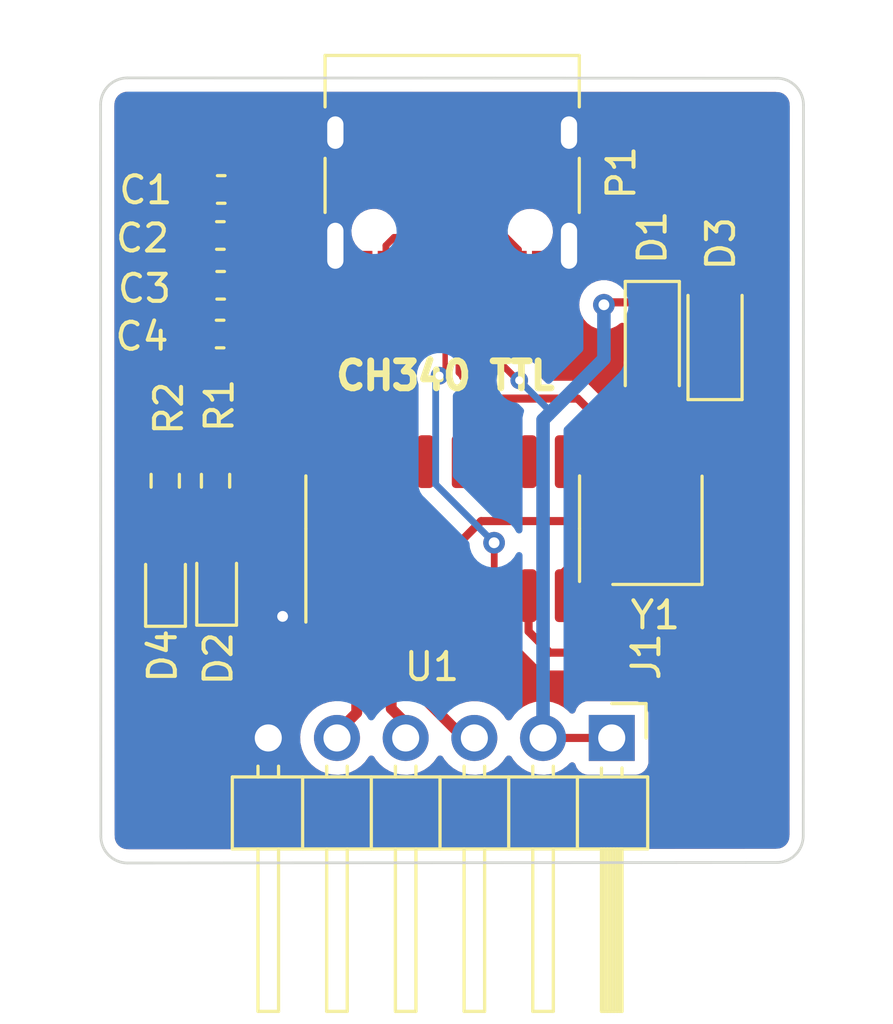
<source format=kicad_pcb>
(kicad_pcb (version 20211014) (generator pcbnew)
  (layers (0 "F.Cu" signal) (31 "B.Cu" signal) (34 "B.Paste" user) (35 "F.Paste" user) (36 "B.SilkS" user "B.Silkscreen") (37 "F.SilkS" user "F.Silkscreen") (38 "B.Mask" user) (39 "F.Mask" user) (44 "Edge.Cuts" user))
  (net 0 "")
  (net 1 "GND")
  (net 2 "Net-(D1-Pad2)")
  (net 3 "TXD")
  (net 4 "Net-(D2-Pad2)")
  (net 5 "RXD")
  (net 6 "Net-(D4-Pad2)")
  (net 7 "D+")
  (net 8 "D-")
  (net 9 "+3V3")
  (net 10 "Net-(U1-Pad7)")
  (net 11 "Net-(U1-Pad8)")
  (net 19 "+5V")
  (footprint "Resistor_SMD:R_0603_1608Metric" (layer "F.Cu") (at 75.37 87.48 -90)
    (fp_text reference "R1" (at -2.78 -0.14 90) (layer "F.SilkS"))
    (fp_text value "1.5K")
    (fp_line (start -0.237258 -0.5225) (end 0.237258 -0.5225) (layer "F.SilkS") (width 0.12))
    (fp_line (start -0.237258 0.5225) (end 0.237258 0.5225) (layer "F.SilkS") (width 0.12))
    (pad "1" smd roundrect locked (at -0.825 0 270) (size 0.8 0.95) (layers "F.Cu" "F.Paste" "F.Mask") (net 19 "+5V"))
    (pad "2" smd roundrect locked (at 0.825 0 270) (size 0.8 0.95) (layers "F.Cu" "F.Paste" "F.Mask") (net 4 "Net-(D2-Pad2)"))
  )
  (footprint "Capacitor_SMD:C_0603_1608Metric" (layer "F.Cu") (at 75.56 80.26)
    (fp_text reference "C3" (at -2.82 0.12) (layer "F.SilkS"))
    (fp_text value "10uF")
    (fp_line (start -0.14058 -0.51) (end 0.14058 -0.51) (layer "F.SilkS") (width 0.12))
    (fp_line (start -0.14058 0.51) (end 0.14058 0.51) (layer "F.SilkS") (width 0.12))
    (pad "1" smd roundrect locked (at -0.775 0) (size 0.9 0.95) (layers "F.Cu" "F.Paste" "F.Mask") (net 19 "+5V"))
    (pad "2" smd roundrect locked (at 0.775 0) (size 0.9 0.95) (layers "F.Cu" "F.Paste" "F.Mask") (net 1 "GND"))
  )
  (footprint "Crystal:Crystal_SMD_3225-4Pin_3.2x2.5mm" (layer "F.Cu") (at 91.71 89.31 90)
    (fp_text reference "Y1" (at -3.13 -0.08 180) (layer "F.SilkS"))
    (fp_text value "16MHz")
    (fp_line (start -2 1.65) (end 2 1.65) (layer "F.SilkS") (width 0.12))
    (fp_line (start -2 -1.65) (end -2 1.65) (layer "F.SilkS") (width 0.12))
    (pad "1" smd rect locked (at -1.1 0.85 90) (size 1.4 1.2) (layers "F.Cu" "F.Paste" "F.Mask") (net 10 "Net-(U1-Pad7)"))
    (pad "2" smd rect locked (at 1.1 0.85 90) (size 1.4 1.2) (layers "F.Cu" "F.Paste" "F.Mask") (net 1 "GND"))
    (pad "3" smd rect locked (at 1.1 -0.85 90) (size 1.4 1.2) (layers "F.Cu" "F.Paste" "F.Mask") (net 11 "Net-(U1-Pad8)"))
    (pad "4" smd rect locked (at -1.1 -0.85 90) (size 1.4 1.2) (layers "F.Cu" "F.Paste" "F.Mask") (net 1 "GND"))
  )
  (footprint "Capacitor_SMD:C_0603_1608Metric" (layer "F.Cu") (at 75.58 76.72)
    (fp_text reference "C1" (at -2.79 0.02) (layer "F.SilkS"))
    (fp_text value "100nF")
    (fp_line (start -0.14058 -0.51) (end 0.14058 -0.51) (layer "F.SilkS") (width 0.12))
    (fp_line (start -0.14058 0.51) (end 0.14058 0.51) (layer "F.SilkS") (width 0.12))
    (pad "1" smd roundrect locked (at -0.775 0) (size 0.9 0.95) (layers "F.Cu" "F.Paste" "F.Mask") (net 19 "+5V"))
    (pad "2" smd roundrect locked (at 0.775 0) (size 0.9 0.95) (layers "F.Cu" "F.Paste" "F.Mask") (net 1 "GND"))
  )
  (footprint "Capacitor_SMD:C_0603_1608Metric" (layer "F.Cu") (at 75.55 78.42)
    (fp_text reference "C2" (at -2.88 0.1) (layer "F.SilkS"))
    (fp_text value "100nF")
    (fp_line (start -0.14058 0.51) (end 0.14058 0.51) (layer "F.SilkS") (width 0.12))
    (fp_line (start -0.14058 -0.51) (end 0.14058 -0.51) (layer "F.SilkS") (width 0.12))
    (pad "1" smd roundrect locked (at -0.775 0) (size 0.9 0.95) (layers "F.Cu" "F.Paste" "F.Mask") (net 19 "+5V"))
    (pad "2" smd roundrect locked (at 0.775 0) (size 0.9 0.95) (layers "F.Cu" "F.Paste" "F.Mask") (net 1 "GND"))
  )
  (footprint "Diode_SMD:D_SOD-123F" (layer "F.Cu") (at 93.84 82.2825 90)
    (fp_text reference "D3" (at 3.56 0.21 90) (layer "F.SilkS"))
    (fp_text value "1N4148")
    (fp_line (start -2.2 -1) (end -2.2 1) (layer "F.SilkS") (width 0.12))
    (fp_line (start -2.2 1) (end 1.65 1) (layer "F.SilkS") (width 0.12))
    (fp_line (start -2.2 -1) (end 1.65 -1) (layer "F.SilkS") (width 0.12))
    (pad "1" smd rect locked (at -1.4 0 90) (size 1.1 1.1) (layers "F.Cu" "F.Paste" "F.Mask") (net 2 "Net-(D1-Pad2)"))
    (pad "2" smd rect locked (at 1.4 0 90) (size 1.1 1.1) (layers "F.Cu" "F.Paste" "F.Mask") (net 19 "+5V"))
  )
  (footprint "Connector_PinHeader_2.54mm:PinHeader_1x06_P2.54mm_Horizontal" (layer "F.Cu") (at 90.02 96.98 -90)
    (fp_text reference "J1" (at -3 -1.27 90) (layer "F.SilkS"))
    (fp_text value "UART_OUT")
    (fp_line (start 10.1 12.32) (end 10.1 13.08) (layer "F.SilkS") (width 0.12))
    (fp_line (start 4.1 12.32) (end 10.1 12.32) (layer "F.SilkS") (width 0.12))
    (fp_line (start 4.1 -0.08) (end 10.1 -0.08) (layer "F.SilkS") (width 0.12))
    (fp_line (start 4.1 0.16) (end 10.1 0.16) (layer "F.SilkS") (width 0.12))
    (fp_line (start 1.11 -0.38) (end 1.44 -0.38) (layer "F.SilkS") (width 0.12))
    (fp_line (start 1.042929 4.7) (end 1.44 4.7) (layer "F.SilkS") (width 0.12))
    (fp_line (start 1.042929 13.08) (end 1.44 13.08) (layer "F.SilkS") (width 0.12))
    (fp_line (start 1.042929 12.32) (end 1.44 12.32) (layer "F.SilkS") (width 0.12))
    (fp_line (start 10.1 13.08) (end 4.1 13.08) (layer "F.SilkS") (width 0.12))
    (fp_line (start 10.1 4.7) (end 10.1 5.46) (layer "F.SilkS") (width 0.12))
    (fp_line (start 1.44 6.35) (end 4.1 6.35) (layer "F.SilkS") (width 0.12))
    (fp_line (start 4.1 14.03) (end 4.1 -1.33) (layer "F.SilkS") (width 0.12))
    (fp_line (start 1.042929 10.54) (end 1.44 10.54) (layer "F.SilkS") (width 0.12))
    (fp_line (start 4.1 0.04) (end 10.1 0.04) (layer "F.SilkS") (width 0.12))
    (fp_line (start 10.1 2.16) (end 10.1 2.92) (layer "F.SilkS") (width 0.12))
    (fp_line (start 10.1 10.54) (end 4.1 10.54) (layer "F.SilkS") (width 0.12))
    (fp_line (start 4.1 7.24) (end 10.1 7.24) (layer "F.SilkS") (width 0.12))
    (fp_line (start 1.44 1.27) (end 4.1 1.27) (layer "F.SilkS") (width 0.12))
    (fp_line (start 4.1 9.78) (end 10.1 9.78) (layer "F.SilkS") (width 0.12))
    (fp_line (start 10.1 9.78) (end 10.1 10.54) (layer "F.SilkS") (width 0.12))
    (fp_line (start 1.042929 7.24) (end 1.44 7.24) (layer "F.SilkS") (width 0.12))
    (fp_line (start 1.042929 9.78) (end 1.44 9.78) (layer "F.SilkS") (width 0.12))
    (fp_line (start 1.44 14.03) (end 4.1 14.03) (layer "F.SilkS") (width 0.12))
    (fp_line (start -1.27 -1.27) (end 0 -1.27) (layer "F.SilkS") (width 0.12))
    (fp_line (start 1.44 8.89) (end 4.1 8.89) (layer "F.SilkS") (width 0.12))
    (fp_line (start 1.44 3.81) (end 4.1 3.81) (layer "F.SilkS") (width 0.12))
    (fp_line (start 1.44 11.43) (end 4.1 11.43) (layer "F.SilkS") (width 0.12))
    (fp_line (start 4.1 -0.2) (end 10.1 -0.2) (layer "F.SilkS") (width 0.12))
    (fp_line (start -1.27 0) (end -1.27 -1.27) (layer "F.SilkS") (width 0.12))
    (fp_line (start 4.1 -0.32) (end 10.1 -0.32) (layer "F.SilkS") (width 0.12))
    (fp_line (start 1.042929 2.92) (end 1.44 2.92) (layer "F.SilkS") (width 0.12))
    (fp_line (start 4.1 0.28) (end 10.1 0.28) (layer "F.SilkS") (width 0.12))
    (fp_line (start 10.1 -0.38) (end 10.1 0.38) (layer "F.SilkS") (width 0.12))
    (fp_line (start 10.1 7.24) (end 10.1 8) (layer "F.SilkS") (width 0.12))
    (fp_line (start 10.1 2.92) (end 4.1 2.92) (layer "F.SilkS") (width 0.12))
    (fp_line (start 4.1 -0.38) (end 10.1 -0.38) (layer "F.SilkS") (width 0.12))
    (fp_line (start 10.1 8) (end 4.1 8) (layer "F.SilkS") (width 0.12))
    (fp_line (start 1.44 -1.33) (end 1.44 14.03) (layer "F.SilkS") (width 0.12))
    (fp_line (start 1.042929 2.16) (end 1.44 2.16) (layer "F.SilkS") (width 0.12))
    (fp_line (start 1.042929 8) (end 1.44 8) (layer "F.SilkS") (width 0.12))
    (fp_line (start 10.1 0.38) (end 4.1 0.38) (layer "F.SilkS") (width 0.12))
    (fp_line (start 4.1 -1.33) (end 1.44 -1.33) (layer "F.SilkS") (width 0.12))
    (fp_line (start 1.11 0.38) (end 1.44 0.38) (layer "F.SilkS") (width 0.12))
    (fp_line (start 4.1 2.16) (end 10.1 2.16) (layer "F.SilkS") (width 0.12))
    (fp_line (start 1.042929 5.46) (end 1.44 5.46) (layer "F.SilkS") (width 0.12))
    (fp_line (start 4.1 4.7) (end 10.1 4.7) (layer "F.SilkS") (width 0.12))
    (fp_line (start 10.1 5.46) (end 4.1 5.46) (layer "F.SilkS") (width 0.12))
    (pad "1" thru_hole rect locked (at 0 0 270) (size 1.7 1.7) (drill 1) (layers *.Cu *.Mask) (net 19 "+5V"))
    (pad "2" thru_hole oval locked (at 0 2.54 270) (size 1.7 1.7) (drill 1) (layers *.Cu *.Mask) (net 19 "+5V"))
    (pad "3" thru_hole oval locked (at 0 5.08 270) (size 1.7 1.7) (drill 1) (layers *.Cu *.Mask) (net 9 "+3V3"))
    (pad "4" thru_hole oval locked (at 0 7.62 270) (size 1.7 1.7) (drill 1) (layers *.Cu *.Mask) (net 5 "RXD"))
    (pad "5" thru_hole oval locked (at 0 10.16 270) (size 1.7 1.7) (drill 1) (layers *.Cu *.Mask) (net 3 "TXD"))
    (pad "6" thru_hole oval locked (at 0 12.7 270) (size 1.7 1.7) (drill 1) (layers *.Cu *.Mask) (net 1 "GND"))
  )
  (footprint "Capacitor_SMD:C_0603_1608Metric" (layer "F.Cu") (at 75.54 82.06)
    (fp_text reference "C4" (at -2.89 0.09) (layer "F.SilkS"))
    (fp_text value "100nF")
    (fp_line (start -0.14058 -0.51) (end 0.14058 -0.51) (layer "F.SilkS") (width 0.12))
    (fp_line (start -0.14058 0.51) (end 0.14058 0.51) (layer "F.SilkS") (width 0.12))
    (pad "1" smd roundrect locked (at -0.775 0) (size 0.9 0.95) (layers "F.Cu" "F.Paste" "F.Mask") (net 19 "+5V"))
    (pad "2" smd roundrect locked (at 0.775 0) (size 0.9 0.95) (layers "F.Cu" "F.Paste" "F.Mask") (net 1 "GND"))
  )
  (footprint "Connector_USB:USB_C_Receptacle_HRO_TYPE-C-31-M-12" (layer "F.Cu") (at 84.12 75.67 180)
    (fp_text reference "P1" (at -6.25 -0.43 90) (layer "F.SilkS"))
    (fp_text value "USB_C_Plug_USB2.0")
    (fp_line (start 4.7 2) (end 4.7 3.9) (layer "F.SilkS") (width 0.12))
    (fp_line (start -4.7 -1.9) (end -4.7 0.1) (layer "F.SilkS") (width 0.12))
    (fp_line (start -4.7 3.9) (end 4.7 3.9) (layer "F.SilkS") (width 0.12))
    (fp_line (start -4.7 2) (end -4.7 3.9) (layer "F.SilkS") (width 0.12))
    (fp_line (start 4.7 -1.9) (end 4.7 0.1) (layer "F.SilkS") (width 0.12))
    (pad "" np_thru_hole circle locked (at -2.89 -2.6 180) (size 0.65 0.65) (drill 0.65) (layers *.Cu *.Mask))
    (pad "" np_thru_hole circle locked (at 2.89 -2.6 180) (size 0.65 0.65) (drill 0.65) (layers *.Cu *.Mask))
    (pad "A1" smd rect locked (at -3.25 -4.045 180) (size 0.6 1.45) (layers "F.Cu" "F.Paste" "F.Mask") (net 1 "GND"))
    (pad "A4" smd rect locked (at -2.45 -4.045 180) (size 0.6 1.45) (layers "F.Cu" "F.Paste" "F.Mask") (net 19 "+5V"))
    (pad "A5" smd rect locked (at -1.25 -4.045 180) (size 0.3 1.45) (layers "F.Cu" "F.Paste" "F.Mask"))
    (pad "A6" smd rect locked (at -0.25 -4.045 180) (size 0.3 1.45) (layers "F.Cu" "F.Paste" "F.Mask") (net 7 "D+"))
    (pad "A7" smd rect locked (at 0.25 -4.045 180) (size 0.3 1.45) (layers "F.Cu" "F.Paste" "F.Mask") (net 8 "D-"))
    (pad "A8" smd rect locked (at 1.25 -4.045 180) (size 0.3 1.45) (layers "F.Cu" "F.Paste" "F.Mask"))
    (pad "A9" smd rect locked (at 2.45 -4.045 180) (size 0.6 1.45) (layers "F.Cu" "F.Paste" "F.Mask") (net 19 "+5V"))
    (pad "A12" smd rect locked (at 3.25 -4.045 180) (size 0.6 1.45) (layers "F.Cu" "F.Paste" "F.Mask") (net 1 "GND"))
    (pad "B1" smd rect locked (at 3.25 -4.045 180) (size 0.6 1.45) (layers "F.Cu" "F.Paste" "F.Mask") (net 1 "GND"))
    (pad "B4" smd rect locked (at 2.45 -4.045 180) (size 0.6 1.45) (layers "F.Cu" "F.Paste" "F.Mask") (net 19 "+5V"))
    (pad "B5" smd rect locked (at 1.75 -4.045 180) (size 0.3 1.45) (layers "F.Cu" "F.Paste" "F.Mask"))
    (pad "B6" smd rect locked (at 0.75 -4.045 180) (size 0.3 1.45) (layers "F.Cu" "F.Paste" "F.Mask"))
    (pad "B7" smd rect locked (at -0.75 -4.045 180) (size 0.3 1.45) (layers "F.Cu" "F.Paste" "F.Mask"))
    (pad "B8" smd rect locked (at -1.75 -4.045 180) (size 0.3 1.45) (layers "F.Cu" "F.Paste" "F.Mask"))
    (pad "B9" smd rect locked (at -2.45 -4.045 180) (size 0.6 1.45) (layers "F.Cu" "F.Paste" "F.Mask") (net 19 "+5V"))
    (pad "B12" smd rect locked (at -3.25 -4.045 180) (size 0.6 1.45) (layers "F.Cu" "F.Paste" "F.Mask") (net 1 "GND"))
    (pad "S1" thru_hole oval locked (at -4.32 -3.13 180) (size 1 2.1) (drill oval 0.6 1.7) (layers *.Cu *.Mask) (net 1 "GND"))
    (pad "S1" thru_hole oval locked (at -4.32 1.05 180) (size 1 1.6) (drill oval 0.6 1.2) (layers *.Cu *.Mask) (net 1 "GND"))
    (pad "S1" thru_hole oval locked (at 4.32 1.05 180) (size 1 1.6) (drill oval 0.6 1.2) (layers *.Cu *.Mask) (net 1 "GND"))
    (pad "S1" thru_hole oval locked (at 4.32 -3.13 180) (size 1 2.1) (drill oval 0.6 1.7) (layers *.Cu *.Mask) (net 1 "GND"))
  )
  (footprint "LED_SMD:LED_0603_1608Metric" (layer "F.Cu") (at 73.52 91.37 90)
    (fp_text reference "D4" (at -2.58 -0.11 90) (layer "F.SilkS"))
    (fp_text value "GREEN")
    (fp_line (start -1.485 0.735) (end 0.8 0.735) (layer "F.SilkS") (width 0.12))
    (fp_line (start -1.485 -0.735) (end -1.485 0.735) (layer "F.SilkS") (width 0.12))
    (fp_line (start 0.8 -0.735) (end -1.485 -0.735) (layer "F.SilkS") (width 0.12))
    (pad "1" smd roundrect locked (at -0.7875 0 90) (size 0.875 0.95) (layers "F.Cu" "F.Paste" "F.Mask") (net 3 "TXD"))
    (pad "2" smd roundrect locked (at 0.7875 0 90) (size 0.875 0.95) (layers "F.Cu" "F.Paste" "F.Mask") (net 6 "Net-(D4-Pad2)"))
  )
  (footprint "Diode_SMD:D_SOD-123F" (layer "F.Cu") (at 91.52 82.3175 -90)
    (fp_text reference "D1" (at -3.8275 0 90) (layer "F.SilkS"))
    (fp_text value "1N4148")
    (fp_line (start -2.2 -1) (end 1.65 -1) (layer "F.SilkS") (width 0.12))
    (fp_line (start -2.2 -1) (end -2.2 1) (layer "F.SilkS") (width 0.12))
    (fp_line (start -2.2 1) (end 1.65 1) (layer "F.SilkS") (width 0.12))
    (pad "1" smd rect locked (at -1.4 0 270) (size 1.1 1.1) (layers "F.Cu" "F.Paste" "F.Mask") (net 19 "+5V"))
    (pad "2" smd rect locked (at 1.4 0 270) (size 1.1 1.1) (layers "F.Cu" "F.Paste" "F.Mask") (net 2 "Net-(D1-Pad2)"))
  )
  (footprint "LED_SMD:LED_0603_1608Metric" (layer "F.Cu") (at 75.41 91.33 90)
    (fp_text reference "D2" (at -2.72 0.06 90) (layer "F.SilkS"))
    (fp_text value "RED")
    (fp_line (start -1.485 0.735) (end 0.8 0.735) (layer "F.SilkS") (width 0.12))
    (fp_line (start 0.8 -0.735) (end -1.485 -0.735) (layer "F.SilkS") (width 0.12))
    (fp_line (start -1.485 -0.735) (end -1.485 0.735) (layer "F.SilkS") (width 0.12))
    (pad "1" smd roundrect locked (at -0.7875 0 90) (size 0.875 0.95) (layers "F.Cu" "F.Paste" "F.Mask") (net 5 "RXD"))
    (pad "2" smd roundrect locked (at 0.7875 0 90) (size 0.875 0.95) (layers "F.Cu" "F.Paste" "F.Mask") (net 4 "Net-(D2-Pad2)"))
  )
  (footprint "Resistor_SMD:R_0603_1608Metric" (layer "F.Cu") (at 73.51 87.48 -90)
    (fp_text reference "R2" (at -2.68 -0.13 90) (layer "F.SilkS"))
    (fp_text value "1.5K")
    (fp_line (start -0.237258 0.5225) (end 0.237258 0.5225) (layer "F.SilkS") (width 0.12))
    (fp_line (start -0.237258 -0.5225) (end 0.237258 -0.5225) (layer "F.SilkS") (width 0.12))
    (pad "1" smd roundrect locked (at -0.825 0 270) (size 0.8 0.95) (layers "F.Cu" "F.Paste" "F.Mask") (net 19 "+5V"))
    (pad "2" smd roundrect locked (at 0.825 0 270) (size 0.8 0.95) (layers "F.Cu" "F.Paste" "F.Mask") (net 6 "Net-(D4-Pad2)"))
  )
  (footprint "Package_SO:SOIC-16_3.9x9.9mm_P1.27mm" (layer "F.Cu") (at 83.77 89.25 90)
    (fp_text reference "U1" (at -5.1 -0.4) (layer "F.SilkS"))
    (fp_text value "CH340G")
    (fp_line (start 0 5.06) (end 1.95 5.06) (layer "F.SilkS") (width 0.12))
    (fp_line (start 0 -5.06) (end 1.95 -5.06) (layer "F.SilkS") (width 0.12))
    (fp_line (start 0 -5.06) (end -3.45 -5.06) (layer "F.SilkS") (width 0.12))
    (fp_line (start 0 5.06) (end -1.95 5.06) (layer "F.SilkS") (width 0.12))
    (pad "1" smd roundrect locked (at -2.475 -4.445 90) (size 1.95 0.6) (layers "F.Cu" "F.Paste" "F.Mask") (net 1 "GND"))
    (pad "2" smd roundrect locked (at -2.475 -3.175 90) (size 1.95 0.6) (layers "F.Cu" "F.Paste" "F.Mask") (net 3 "TXD"))
    (pad "3" smd roundrect locked (at -2.475 -1.905 90) (size 1.95 0.6) (layers "F.Cu" "F.Paste" "F.Mask") (net 5 "RXD"))
    (pad "4" smd roundrect locked (at -2.475 -0.635 90) (size 1.95 0.6) (layers "F.Cu" "F.Paste" "F.Mask") (net 9 "+3V3"))
    (pad "5" smd roundrect locked (at -2.475 0.635 90) (size 1.95 0.6) (layers "F.Cu" "F.Paste" "F.Mask") (net 7 "D+"))
    (pad "6" smd roundrect locked (at -2.475 1.905 90) (size 1.95 0.6) (layers "F.Cu" "F.Paste" "F.Mask") (net 8 "D-"))
    (pad "7" smd roundrect locked (at -2.475 3.175 90) (size 1.95 0.6) (layers "F.Cu" "F.Paste" "F.Mask") (net 10 "Net-(U1-Pad7)"))
    (pad "8" smd roundrect locked (at -2.475 4.445 90) (size 1.95 0.6) (layers "F.Cu" "F.Paste" "F.Mask") (net 11 "Net-(U1-Pad8)"))
    (pad "9" smd roundrect locked (at 2.475 4.445 90) (size 1.95 0.6) (layers "F.Cu" "F.Paste" "F.Mask"))
    (pad "10" smd roundrect locked (at 2.475 3.175 90) (size 1.95 0.6) (layers "F.Cu" "F.Paste" "F.Mask"))
    (pad "11" smd roundrect locked (at 2.475 1.905 90) (size 1.95 0.6) (layers "F.Cu" "F.Paste" "F.Mask"))
    (pad "12" smd roundrect locked (at 2.475 0.635 90) (size 1.95 0.6) (layers "F.Cu" "F.Paste" "F.Mask"))
    (pad "13" smd roundrect locked (at 2.475 -0.635 90) (size 1.95 0.6) (layers "F.Cu" "F.Paste" "F.Mask"))
    (pad "14" smd roundrect locked (at 2.475 -1.905 90) (size 1.95 0.6) (layers "F.Cu" "F.Paste" "F.Mask"))
    (pad "15" smd roundrect locked (at 2.475 -3.175 90) (size 1.95 0.6) (layers "F.Cu" "F.Paste" "F.Mask"))
    (pad "16" smd roundrect locked (at 2.475 -4.445 90) (size 1.95 0.6) (layers "F.Cu" "F.Paste" "F.Mask") (net 19 "+5V"))
  )
  (gr_line (start 71.13 100.61) (end 71.12 73.59) (layer "Edge.Cuts") (width 0.1))
  (gr_arc locked (start 97.1 100.6) (mid 96.812965 101.292965) (end 96.12 101.58) (layer "Edge.Cuts") (width 0.1))
  (gr_arc locked (start 72.12 101.6) (mid 71.419964 101.310036) (end 71.13 100.61) (layer "Edge.Cuts") (width 0.1))
  (gr_arc (start 96.12 72.61) (mid 96.820036 72.899964) (end 97.11 73.6) (layer "Edge.Cuts") (width 0.1))
  (gr_line locked (start 97.11 73.6) (end 97.1 100.6) (layer "Edge.Cuts") (width 0.1))
  (gr_line locked (start 96.12 101.58) (end 72.12 101.6) (layer "Edge.Cuts") (width 0.1))
  (gr_arc locked (start 71.12 73.59) (mid 71.409964 72.889964) (end 72.11 72.6) (layer "Edge.Cuts") (width 0.1))
  (gr_line locked (start 72.11 72.6) (end 96.12 72.61) (layer "Edge.Cuts") (width 0.1))
  (gr_text "CH340 TTL" (at 83.87 83.6) (layer "F.SilkS") (effects (font (size 1 1) (thickness 0.25))))
  (segment (start 90.895489 89.984511) (end 92.56 88.32) (width 0.3) (layer "F.Cu") (net 1))
  (segment (start 92.56 87.09) (end 92.56 88.21) (width 0.25) (layer "F.Cu") (net 1))
  (segment (start 76.315 76.76) (end 76.355 76.72) (width 0.25) (layer "F.Cu") (net 1))
  (segment (start 76.355 76.72) (end 76.355 82.02) (width 0.25) (layer "F.Cu") (net 1))
  (segment (start 87.37 79.715) (end 87.37 81.9) (width 0.25) (layer "F.Cu") (net 1))
  (segment (start 90.86 89.984511) (end 90.895489 89.984511) (width 0.3) (layer "F.Cu") (net 1))
  (segment (start 87.37 81.9) (end 92.56 87.09) (width 0.25) (layer "F.Cu") (net 1))
  (segment (start 87.37 79.715) (end 87.525 79.715) (width 0.25) (layer "F.Cu") (net 1))
  (segment (start 76.355 82.02) (end 76.315 82.06) (width 0.25) (layer "F.Cu") (net 1))
  (segment (start 92.56 88.284511) (end 92.56 88.21) (width 0.25) (layer "F.Cu") (net 1))
  (segment (start 92.56 88.32) (end 92.56 88.284511) (width 0.3) (layer "F.Cu") (net 1))
  (segment (start 90.86 90.41) (end 90.86 89.984511) (width 0.25) (layer "F.Cu") (net 1))
  (via (at 77.85 92.49) (size 0.9) (drill 0.4) (layers "F.Cu" "B.Cu") (net 1))
  (segment (start 79.68 78.68) (end 79.63 78.73) (width 0.15) (layer "B.Cu") (net 1))
  (segment (start 91.52 83.7175) (end 93.805 83.7175) (width 0.25) (layer "F.Cu") (net 2))
  (segment (start 93.805 83.7175) (end 93.84 83.6825) (width 0.25) (layer "F.Cu") (net 2))
  (segment (start 79.92 96.72) (end 79.92 96.92) (width 0.3) (layer "F.Cu") (net 3))
  (segment (start 80.59 91.73) (end 80.59 93.74) (width 0.4) (layer "F.Cu") (net 3))
  (segment (start 80.59 93.74) (end 80.59 96.05) (width 0.4) (layer "F.Cu") (net 3))
  (segment (start 80.595 91.725) (end 80.59 91.73) (width 0.3) (layer "F.Cu") (net 3))
  (segment (start 80.51 93.82) (end 80.59 93.74) (width 0.15) (layer "F.Cu") (net 3))
  (segment (start 75.1825 93.82) (end 80.51 93.82) (width 0.25) (layer "F.Cu") (net 3))
  (segment (start 80.59 96.05) (end 79.92 96.72) (width 0.4) (layer "F.Cu") (net 3))
  (segment (start 79.92 96.92) (end 79.86 96.98) (width 0.3) (layer "F.Cu") (net 3))
  (segment (start 73.52 92.1575) (end 75.1825 93.82) (width 0.25) (layer "F.Cu") (net 3))
  (segment (start 75.41 88.345) (end 75.37 88.305) (width 0.15) (layer "F.Cu") (net 4))
  (segment (start 75.41 90.5425) (end 75.41 88.345) (width 0.25) (layer "F.Cu") (net 4))
  (segment (start 77.22 90.1) (end 77.86 89.46) (width 0.25) (layer "F.Cu") (net 5))
  (segment (start 77.86 89.46) (end 80.78 89.46) (width 0.25) (layer "F.Cu") (net 5))
  (segment (start 81.865 90.545) (end 81.865 91.725) (width 0.25) (layer "F.Cu") (net 5))
  (segment (start 76.4425 92.1175) (end 77.22 91.34) (width 0.25) (layer "F.Cu") (net 5))
  (segment (start 82.4 96.43) (end 82.4 96.98) (width 0.4) (layer "F.Cu") (net 5))
  (segment (start 80.78 89.46) (end 81.865 90.545) (width 0.25) (layer "F.Cu") (net 5))
  (segment (start 81.865 95.895) (end 82.4 96.43) (width 0.4) (layer "F.Cu") (net 5))
  (segment (start 75.41 92.1175) (end 76.4425 92.1175) (width 0.25) (layer "F.Cu") (net 5))
  (segment (start 77.22 91.34) (end 77.22 90.1) (width 0.25) (layer "F.Cu") (net 5))
  (segment (start 81.865 91.725) (end 81.865 95.895) (width 0.4) (layer "F.Cu") (net 5))
  (segment (start 73.51 88.305) (end 73.52 88.315) (width 0.15) (layer "F.Cu") (net 6))
  (segment (start 73.52 88.315) (end 73.52 90.5825) (width 0.25) (layer "F.Cu") (net 6))
  (segment (start 85.325011 84.445011) (end 88.759293 84.445011) (width 0.3) (layer "F.Cu") (net 7))
  (segment (start 89.59 87.7) (end 88.32 88.97) (width 0.3) (layer "F.Cu") (net 7))
  (segment (start 84.52 83.64) (end 85.325011 84.445011) (width 0.3) (layer "F.Cu") (net 7))
  (segment (start 84.53 83.64) (end 84.37 83.48) (width 0.25) (layer "F.Cu") (net 7))
  (segment (start 88.759293 84.445011) (end 89.59 85.275718) (width 0.3) (layer "F.Cu") (net 7))
  (segment (start 84.37 83.48) (end 84.37 79.715) (width 0.25) (layer "F.Cu") (net 7))
  (segment (start 84.405 89.755) (end 84.405 91.725) (width 0.3) (layer "F.Cu") (net 7))
  (segment (start 89.59 85.275718) (end 89.59 87.7) (width 0.3) (layer "F.Cu") (net 7))
  (segment (start 85.19 88.97) (end 84.405 89.755) (width 0.3) (layer "F.Cu") (net 7))
  (segment (start 88.32 88.97) (end 85.19 88.97) (width 0.3) (layer "F.Cu") (net 7))
  (segment (start 83.87 79.715) (end 83.87 81.649994) (width 0.2) (layer "F.Cu") (net 8))
  (segment (start 85.675 91.725) (end 85.675 89.775) (width 0.25) (layer "F.Cu") (net 8))
  (segment (start 85.675 89.775) (end 85.67 89.77) (width 0.25) (layer "F.Cu") (net 8))
  (segment (start 83.87 81.649994) (end 83.86048 81.659514) (width 0.2) (layer "F.Cu") (net 8))
  (segment (start 83.86048 81.659514) (end 83.86048 83.38952) (width 0.2) (layer "F.Cu") (net 8))
  (segment (start 83.86048 83.38952) (end 83.65 83.6) (width 0.2) (layer "F.Cu") (net 8))
  (via (at 83.65 83.6) (size 0.65) (drill 0.3) (layers "F.Cu" "B.Cu") (net 8))
  (via (at 85.67 89.77) (size 0.8) (drill 0.4) (layers "F.Cu" "B.Cu") (net 8))
  (segment (start 83.51 83.74) (end 83.51 87.61) (width 0.25) (layer "B.Cu") (net 8))
  (segment (start 83.65 83.6) (end 83.51 83.74) (width 0.25) (layer "B.Cu") (net 8))
  (segment (start 83.51 87.61) (end 85.67 89.77) (width 0.25) (layer "B.Cu") (net 8))
  (segment (start 83.15 91.74) (end 83.15 95.58) (width 0.4) (layer "F.Cu") (net 9))
  (segment (start 84.55 96.98) (end 84.94 96.98) (width 0.4) (layer "F.Cu") (net 9))
  (segment (start 83.15 95.58) (end 84.55 96.98) (width 0.4) (layer "F.Cu") (net 9))
  (segment (start 83.135 91.725) (end 83.15 91.74) (width 0.4) (layer "F.Cu") (net 9))
  (segment (start 87.73 93.83) (end 86.945 93.045) (width 0.3) (layer "F.Cu") (net 10))
  (segment (start 86.945 93.045) (end 86.945 91.725) (width 0.3) (layer "F.Cu") (net 10))
  (segment (start 89.24 93.83) (end 87.73 93.83) (width 0.3) (layer "F.Cu") (net 10))
  (segment (start 92.56 90.51) (end 89.24 93.83) (width 0.3) (layer "F.Cu") (net 10))
  (segment (start 92.56 90.41) (end 92.56 90.51) (width 0.25) (layer "F.Cu") (net 10))
  (segment (start 90.86 88.21) (end 88.215 90.855) (width 0.25) (layer "F.Cu") (net 11))
  (segment (start 88.215 90.855) (end 88.215 91.725) (width 0.25) (layer "F.Cu") (net 11))
  (segment (start 85.71 82.934022) (end 85.71 82.15) (width 0.25) (layer "F.Cu") (net 19))
  (segment (start 89.73 80.98) (end 89.82 80.89) (width 0.3) (layer "F.Cu") (net 19))
  (segment (start 86.12 78.49) (end 86.57 78.94) (width 0.25) (layer "F.Cu") (net 19))
  (segment (start 85.71 82.15) (end 86.57 81.29) (width 0.25) (layer "F.Cu") (net 19))
  (segment (start 75.075 86.655) (end 75.37 86.655) (width 0.25) (layer "F.Cu") (net 19))
  (segment (start 81.67 78.790989) (end 81.970989 78.49) (width 0.25) (layer "F.Cu") (net 19))
  (segment (start 93.805 80.9175) (end 93.84 80.8825) (width 0.3) (layer "F.Cu") (net 19))
  (segment (start 81.64 81.71) (end 79.325 84.025) (width 0.4) (layer "F.Cu") (net 19))
  (segment (start 90.02 96.98) (end 87.48 96.98) (width 0.3) (layer "F.Cu") (net 19))
  (segment (start 91.4925 80.89) (end 91.52 80.9175) (width 0.3) (layer "F.Cu") (net 19))
  (segment (start 86.57 78.94) (end 86.57 79.715) (width 0.25) (layer "F.Cu") (net 19))
  (segment (start 74.965 86.655) (end 75.02 86.6) (width 0.4) (layer "F.Cu") (net 19))
  (segment (start 74.805 76.72) (end 74.805 82.02) (width 0.4) (layer "F.Cu") (net 19))
  (segment (start 81.67 81.67) (end 81.67 79.715) (width 0.4) (layer "F.Cu") (net 19))
  (segment (start 79.325 84.025) (end 79.325 86.775) (width 0.4) (layer "F.Cu") (net 19))
  (segment (start 74.805 82.02) (end 74.765 82.06) (width 0.25) (layer "F.Cu") (net 19))
  (segment (start 89.82 80.89) (end 91.4925 80.89) (width 0.3) (layer "F.Cu") (net 19))
  (segment (start 86.57 79.715) (end 86.57 81.29) (width 0.25) (layer "F.Cu") (net 19))
  (segment (start 86.546478 83.7705) (end 85.71 82.934022) (width 0.25) (layer "F.Cu") (net 19))
  (segment (start 86.6 83.7705) (end 86.546478 83.7705) (width 0.25) (layer "F.Cu") (net 19))
  (segment (start 79.205 86.655) (end 79.325 86.775) (width 0.25) (layer "F.Cu") (net 19))
  (segment (start 75.02 86.6) (end 75.075 86.655) (width 0.25) (layer "F.Cu") (net 19))
  (segment (start 75.37 86.655) (end 79.205 86.655) (width 0.4) (layer "F.Cu") (net 19))
  (segment (start 75.15 86.655) (end 75.16 86.665) (width 0.2) (layer "F.Cu") (net 19))
  (segment (start 74.765 82.06) (end 74.765 86.345) (width 0.4) (layer "F.Cu") (net 19))
  (segment (start 74.765 86.345) (end 75.02 86.6) (width 0.25) (layer "F.Cu") (net 19))
  (segment (start 73.51 86.655) (end 74.965 86.655) (width 0.4) (layer "F.Cu") (net 19))
  (segment (start 81.970989 78.49) (end 86.12 78.49) (width 0.25) (layer "F.Cu") (net 19))
  (segment (start 91.52 80.9175) (end 93.805 80.9175) (width 0.3) (layer "F.Cu") (net 19))
  (segment (start 81.67 79.715) (end 81.67 78.790989) (width 0.25) (layer "F.Cu") (net 19))
  (via (at 86.6 83.7705) (size 0.65) (drill 0.3) (layers "F.Cu" "B.Cu") (net 19))
  (via (at 89.73 80.98) (size 0.8) (drill 0.4) (layers "F.Cu" "B.Cu") (net 19))
  (segment (start 86.6 83.7705) (end 87.685 84.8555) (width 0.25) (layer "B.Cu") (net 19))
  (segment (start 89.73 82.98) (end 89.73 80.98) (width 0.5) (layer "B.Cu") (net 19))
  (segment (start 87.48 96.98) (end 87.48 85.23) (width 0.5) (layer "B.Cu") (net 19))
  (segment (start 87.685 85.025) (end 89.73 82.98) (width 0.5) (layer "B.Cu") (net 19))
  (segment (start 87.685 84.8555) (end 87.685 85.025) (width 0.25) (layer "B.Cu") (net 19))
  (segment (start 87.48 85.23) (end 87.685 85.025) (width 0.5) (layer "B.Cu") (net 19))
  (zone (net 1) (net_name "GND") (layers F&B.Cu) (connect_pads yes (clearance 0.508)) (min_thickness 0.254) (fill yes (thermal_gap 0.508) (thermal_bridge_width 0.508))
    (polygon (pts (xy 99.84 102.58) (xy 67.4 103) (xy 67.98 70.68) (xy 68.03 70.17) (xy 100.44 70)))
  )
)
</source>
